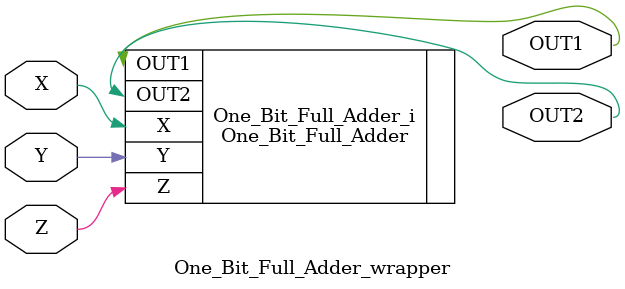
<source format=v>
`timescale 1 ps / 1 ps

module One_Bit_Full_Adder_wrapper
   (OUT1,
    OUT2,
    X,
    Y,
    Z);
  output OUT1;
  output OUT2;
  input X;
  input Y;
  input Z;

  wire OUT1;
  wire OUT2;
  wire X;
  wire Y;
  wire Z;

  One_Bit_Full_Adder One_Bit_Full_Adder_i
       (.OUT1(OUT1),
        .OUT2(OUT2),
        .X(X),
        .Y(Y),
        .Z(Z));
endmodule

</source>
